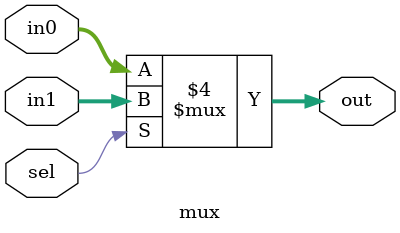
<source format=v>
`timescale 1ns / 1ps

module mux(
    input [9:0] in0,
    input [9:0] in1,
    input sel,
    output reg [9:0] out
    );

// assign out=sel?in1:in0;   //if sel is 1, choose inp1 else choose inp2

    always @(*)
        
        begin
            if(sel == 0)
                begin
                    out <= in0 ; 
                end
            else
                begin
                    out <= in1 ; 
                end

        end

endmodule
</source>
